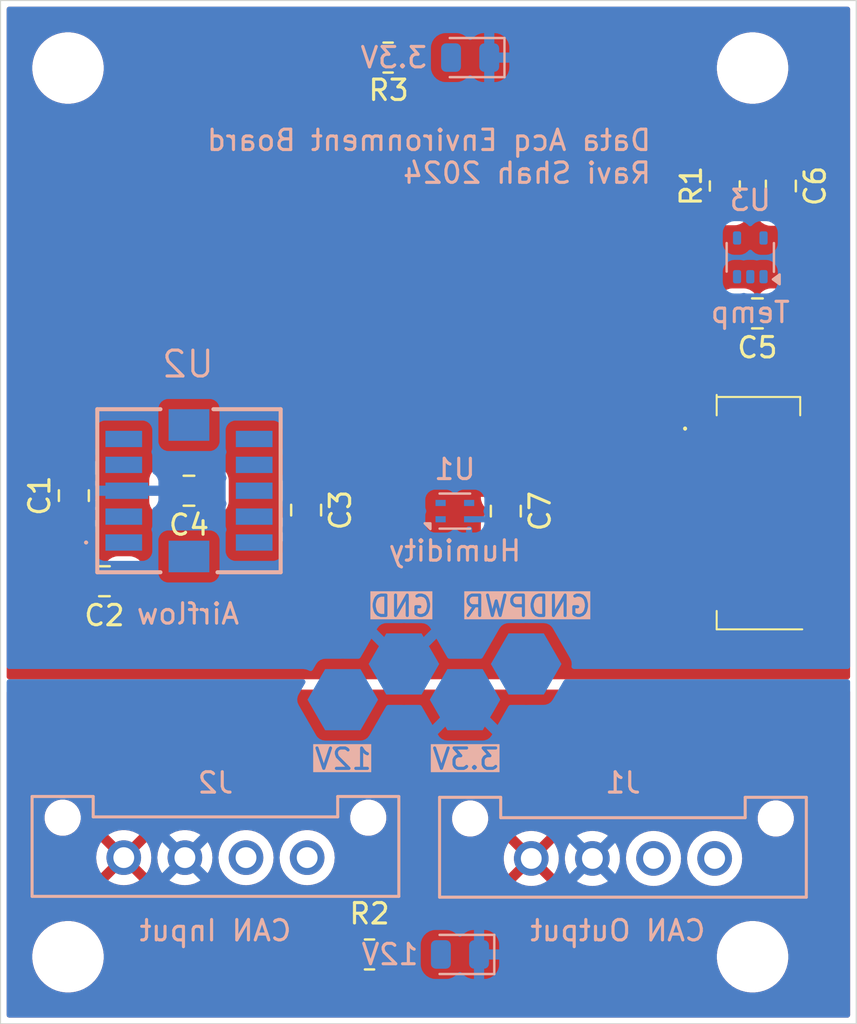
<source format=kicad_pcb>
(kicad_pcb (version 20240108) (generator "pcbnew") (generator_version "8.0")
  (layers (0 "F.Cu" signal) (31 "B.Cu" signal) (34 "B.Paste" user) (35 "F.Paste" user) (36 "B.SilkS" user "B.Silkscreen") (37 "F.SilkS" user "F.Silkscreen") (38 "B.Mask" user) (39 "F.Mask" user) (44 "Edge.Cuts" user))
  (net 0 "")
  (net 1 "+3.3V")
  (net 2 "/I2C1_SCL")
  (net 3 "/I2C1_SDA")
  (net 4 "GND")
  (net 7 "/I2C2_SCL")
  (net 8 "/I2C2_SDA")
  (net 11 "VDDA")
  (net 12 "GNDA")
  (net 13 "/CAN_H")
  (net 17 "GNDPWR")
  (net 22 "/PA1(ADC)")
  (net 25 "/CAN_L")
  (net 26 "/TEMP_OUT")
  (net 27 "/AFLW_VREG")
  (net 28 "/AFLW_TP2")
  (net 29 "/AFLW_TP1")
  (net 30 "/AFLW_VCM")
  (net 31 "+12V_In")
  (net 32 "Net-(D1-A)")
  (net 33 "Net-(D2-A)")
  (footprint "Resistor_SMD:R_0805_2012Metric" (layer "F.Cu") (at 159.3125 118)
    (property "Reference" "R2" (at 0 -2 0) (layer "F.SilkS") (effects (font (thickness 0.153))))
    (property "Value" "22.1k")
    (fp_line (start -0.227064 -0.735) (end 0.227064 -0.735) (stroke (width 0.12)) (layer "F.SilkS"))
    (fp_line (start -0.227064 0.735) (end 0.227064 0.735) (stroke (width 0.12)) (layer "F.SilkS"))
    (pad "1" smd roundrect (at -0.9125 0) (size 1.025 1.4) (layers "F.Cu" "F.Paste" "F.Mask") (roundrect_rratio 0.243902) (net 31 "+12V_In"))
    (pad "2" smd roundrect (at 0.9125 0) (size 1.025 1.4) (layers "F.Cu" "F.Paste" "F.Mask") (roundrect_rratio 0.243902) (net 32 "Net-(D1-A)"))
  )
  (footprint "Capacitor_SMD:C_0805_2012Metric" (layer "F.Cu") (at 166 96.25 -90)
    (property "Reference" "C7" (at 0 -1.68 90) (layer "F.SilkS") (effects (font (thickness 0.153))))
    (property "Value" "0.1uF")
    (fp_line (start -0.261252 0.735) (end 0.261252 0.735) (stroke (width 0.12)) (layer "F.SilkS"))
    (fp_line (start -0.261252 -0.735) (end 0.261252 -0.735) (stroke (width 0.12)) (layer "F.SilkS"))
    (pad "1" smd roundrect (at -0.95 0 270) (size 1 1.45) (layers "F.Cu" "F.Paste" "F.Mask") (net 1 "+3.3V"))
    (pad "2" smd roundrect (at 0.95 0 270) (size 1 1.45) (layers "F.Cu" "F.Paste" "F.Mask") (net 4 "GND"))
  )
  (footprint "Capacitor_SMD:C_0805_2012Metric" (layer "F.Cu") (at 144.8 95.49 90)
    (property "Reference" "C1" (at 0 -1.68 90) (layer "F.SilkS") (effects (font (thickness 0.153))))
    (property "Value" "0.1uF")
    (fp_line (start -0.261252 -0.735) (end 0.261252 -0.735) (stroke (width 0.12)) (layer "F.SilkS"))
    (fp_line (start -0.261252 0.735) (end 0.261252 0.735) (stroke (width 0.12)) (layer "F.SilkS"))
    (pad "1" smd roundrect (at -0.95 0 90) (size 1 1.45) (layers "F.Cu" "F.Paste" "F.Mask") (net 1 "+3.3V"))
    (pad "2" smd roundrect (at 0.95 0 90) (size 1 1.45) (layers "F.Cu" "F.Paste" "F.Mask") (net 4 "GND"))
  )
  (footprint "Capacitor_SMD:C_0805_2012Metric" (layer "F.Cu") (at 156.2 96.2 -90)
    (property "Reference" "C3" (at 0 -1.68 90) (layer "F.SilkS") (effects (font (thickness 0.153))))
    (property "Value" "0.1uF")
    (fp_line (start -0.261252 0.735) (end 0.261252 0.735) (stroke (width 0.12)) (layer "F.SilkS"))
    (fp_line (start -0.261252 -0.735) (end 0.261252 -0.735) (stroke (width 0.12)) (layer "F.SilkS"))
    (pad "1" smd roundrect (at -0.95 0 270) (size 1 1.45) (layers "F.Cu" "F.Paste" "F.Mask") (net 29 "/AFLW_TP1"))
    (pad "2" smd roundrect (at 0.95 0 270) (size 1 1.45) (layers "F.Cu" "F.Paste" "F.Mask") (net 28 "/AFLW_TP2"))
  )
  (footprint "UTSVT_Special:PeripheralSOM" (layer "F.Cu") (at 160.075 93.125)
    (property "Reference" "U4" (hide yes))
    (property "Value" "Daughterboard Connector" (hide yes))
    (fp_line (start 14.725 -0.975) (end 14.725 -0.975) (stroke (width 0.1)) (layer "F.SilkS"))
    (fp_line (start 14.725 -0.875) (end 14.725 -0.875) (stroke (width 0.1)) (layer "F.SilkS"))
    (fp_line (start 16.275 -1.575) (end 16.275 -2.575) (stroke (width 0.1)) (layer "F.SilkS"))
    (fp_line (start 16.275 8.025) (end 16.275 8.925) (stroke (width 0.1)) (layer "F.SilkS"))
    (fp_line (start 16.275 8.925) (end 20.475 8.925) (stroke (width 0.1)) (layer "F.SilkS"))
    (fp_line (start 16.325 -2.475) (end 20.375 -2.475) (stroke (width 0.1)) (layer "F.SilkS"))
    (fp_line (start 20.375 -2.475) (end 20.375 -1.575) (stroke (width 0.1)) (layer "F.SilkS"))
    (fp_arc (start 14.725 -0.975) (mid 14.775 -0.925) (end 14.725 -0.875) (stroke (width 0.1)) (layer "F.SilkS"))
    (fp_arc (start 14.725 -0.875) (mid 14.675 -0.925) (end 14.725 -0.975) (stroke (width 0.1)) (layer "F.SilkS"))
    (pad "" np_thru_hole circle (at -15.56226 -18.61226) (size 3 3) (drill 3) (layers "*.Cu" "*.Mask"))
    (pad "" np_thru_hole circle (at -15.56226 24.98774) (size 3 3) (drill 3) (layers "*.Cu" "*.Mask"))
    (pad "" np_thru_hole circle (at 18.03774 -18.61226) (size 3 3) (drill 3) (layers "*.Cu" "*.Mask"))
    (pad "" np_thru_hole circle (at 18.03774 24.98774) (size 3 3) (drill 3) (layers "*.Cu" "*.Mask"))
    (pad "1" smd rect (at 16.175 -1.175 90) (size 0.55 1.8) (layers "F.Cu" "F.Paste" "F.Mask"))
    (pad "2" smd rect (at 20.475 -1.175 90) (size 0.55 1.8) (layers "F.Cu" "F.Paste" "F.Mask") (net 1 "+3.3V"))
    (pad "3" smd rect (at 16.175 -0.375 90) (size 0.55 1.8) (layers "F.Cu" "F.Paste" "F.Mask"))
    (pad "4" smd rect (at 20.475 -0.375 90) (size 0.55 1.8) (layers "F.Cu" "F.Paste" "F.Mask") (net 4 "GND"))
    (pad "5" smd rect (at 16.175 0.425 90) (size 0.55 1.8) (layers "F.Cu" "F.Paste" "F.Mask"))
    (pad "6" smd rect (at 20.475 0.425 90) (size 0.55 1.8) (layers "F.Cu" "F.Paste" "F.Mask") (net 8 "/I2C2_SDA"))
    (pad "7" smd rect (at 16.175 1.225 90) (size 0.55 1.8) (layers "F.Cu" "F.Paste" "F.Mask"))
    (pad "8" smd rect (at 20.475 1.225 90) (size 0.55 1.8) (layers "F.Cu" "F.Paste" "F.Mask") (net 7 "/I2C2_SCL"))
    (pad "9" smd rect (at 16.175 2.025 90) (size 0.55 1.8) (layers "F.Cu" "F.Paste" "F.Mask") (net 1 "+3.3V"))
    (pad "10" smd rect (at 20.475 2.025 90) (size 0.55 1.8) (layers "F.Cu" "F.Paste" "F.Mask") (net 11 "VDDA"))
    (pad "11" smd rect (at 16.175 2.825 90) (size 0.55 1.8) (layers "F.Cu" "F.Paste" "F.Mask") (net 4 "GND"))
    (pad "12" smd rect (at 20.475 2.825 90) (size 0.55 1.8) (layers "F.Cu" "F.Paste" "F.Mask") (net 12 "GNDA"))
    (pad "13" smd rect (at 16.175 3.625 90) (size 0.55 1.8) (layers "F.Cu" "F.Paste" "F.Mask"))
    (pad "14" smd rect (at 20.475 3.625 90) (size 0.55 1.8) (layers "F.Cu" "F.Paste" "F.Mask") (net 2 "/I2C1_SCL"))
    (pad "15" smd rect (at 16.175 4.425 90) (size 0.55 1.8) (layers "F.Cu" "F.Paste" "F.Mask"))
    (pad "16" smd rect (at 20.475 4.425 90) (size 0.55 1.8) (layers "F.Cu" "F.Paste" "F.Mask") (net 3 "/I2C1_SDA"))
    (pad "17" smd rect (at 16.175 5.225 90) (size 0.55 1.8) (layers "F.Cu" "F.Paste" "F.Mask"))
    (pad "18" smd rect (at 20.475 5.225 90) (size 0.55 1.8) (layers "F.Cu" "F.Paste" "F.Mask"))
    (pad "19" smd rect (at 16.175 6.025 90) (size 0.55 1.8) (layers "F.Cu" "F.Paste" "F.Mask"))
    (pad "20" smd rect (at 20.475 6.025 90) (size 0.55 1.8) (layers "F.Cu" "F.Paste" "F.Mask") (net 22 "/PA1(ADC)"))
    (pad "21" smd rect (at 16.175 6.825 90) (size 0.55 1.8) (layers "F.Cu" "F.Paste" "F.Mask") (net 25 "/CAN_L"))
    (pad "22" smd rect (at 20.475 6.825 90) (size 0.55 1.8) (layers "F.Cu" "F.Paste" "F.Mask") (net 31 "+12V_In"))
    (pad "23" smd rect (at 16.175 7.625 90) (size 0.55 1.8) (layers "F.Cu" "F.Paste" "F.Mask") (net 13 "/CAN_H"))
    (pad "24" smd rect (at 20.475 7.625 90) (size 0.55 1.8) (layers "F.Cu" "F.Paste" "F.Mask") (net 17 "GNDPWR"))
  )
  (footprint "Capacitor_SMD:C_0805_2012Metric" (layer "F.Cu") (at 178.35 86.55 180)
    (property "Reference" "C5" (at 0 -1.68 360) (layer "F.SilkS") (effects (font (thickness 0.153))))
    (property "Value" "0.1uF")
    (fp_line (start -0.261252 0.735) (end 0.261252 0.735) (stroke (width 0.12)) (layer "F.SilkS"))
    (fp_line (start -0.261252 -0.735) (end 0.261252 -0.735) (stroke (width 0.12)) (layer "F.SilkS"))
    (pad "1" smd roundrect (at -0.95 0 180) (size 1 1.45) (layers "F.Cu" "F.Paste" "F.Mask") (net 11 "VDDA"))
    (pad "2" smd roundrect (at 0.95 0 180) (size 1 1.45) (layers "F.Cu" "F.Paste" "F.Mask") (net 12 "GNDA"))
  )
  (footprint "Resistor_SMD:R_0805_2012Metric" (layer "F.Cu") (at 160.225 74)
    (property "Reference" "R3" (at 0.025 1.6 0) (layer "F.SilkS") (effects (font (thickness 0.153))))
    (property "Value" "2.2k")
    (fp_line (start -0.227064 -0.735) (end 0.227064 -0.735) (stroke (width 0.12)) (layer "F.SilkS"))
    (fp_line (start -0.227064 0.735) (end 0.227064 0.735) (stroke (width 0.12)) (layer "F.SilkS"))
    (pad "1" smd roundrect (at -0.9125 0) (size 1.025 1.4) (layers "F.Cu" "F.Paste" "F.Mask") (roundrect_rratio 0.243902) (net 1 "+3.3V"))
    (pad "2" smd roundrect (at 0.9125 0) (size 1.025 1.4) (layers "F.Cu" "F.Paste" "F.Mask") (roundrect_rratio 0.243902) (net 33 "Net-(D2-A)"))
  )
  (footprint "Capacitor_SMD:C_0805_2012Metric" (layer "F.Cu") (at 150.45 95.25 180)
    (property "Reference" "C4" (at 0 -1.68 0) (layer "F.SilkS") (effects (font (thickness 0.153))))
    (property "Value" "1uF")
    (fp_line (start -0.261252 0.735) (end 0.261252 0.735) (stroke (width 0.12)) (layer "F.SilkS"))
    (fp_line (start -0.261252 -0.735) (end 0.261252 -0.735) (stroke (width 0.12)) (layer "F.SilkS"))
    (pad "1" smd roundrect (at -0.95 0 180) (size 1 1.45) (layers "F.Cu" "F.Paste" "F.Mask") (net 30 "/AFLW_VCM"))
    (pad "2" smd roundrect (at 0.95 0 180) (size 1 1.45) (layers "F.Cu" "F.Paste" "F.Mask") (net 4 "GND"))
  )
  (footprint "Resistor_SMD:R_0805_2012Metric" (layer "F.Cu") (at 176.75 80.3 90)
    (property "Reference" "R1" (at 0 -1.65 90) (layer "F.SilkS") (effects (font (thickness 0.153))))
    (property "Value" "1k")
    (fp_line (start -0.227064 -0.735) (end 0.227064 -0.735) (stroke (width 0.12)) (layer "F.SilkS"))
    (fp_line (start -0.227064 0.735) (end 0.227064 0.735) (stroke (width 0.12)) (layer "F.SilkS"))
    (pad "1" smd roundrect (at -0.9125 0 90) (size 1.025 1.4) (layers "F.Cu" "F.Paste" "F.Mask") (roundrect_rratio 0.243902) (net 26 "/TEMP_OUT"))
    (pad "2" smd roundrect (at 0.9125 0 90) (size 1.025 1.4) (layers "F.Cu" "F.Paste" "F.Mask") (roundrect_rratio 0.243902) (net 22 "/PA1(ADC)"))
  )
  (footprint "Capacitor_SMD:C_0805_2012Metric" (layer "F.Cu") (at 146.3 99.69 180)
    (property "Reference" "C2" (at 0 -1.68 0) (layer "F.SilkS") (effects (font (thickness 0.153))))
    (property "Value" "0.1uF")
    (fp_line (start -0.261252 0.735) (end 0.261252 0.735) (stroke (width 0.12)) (layer "F.SilkS"))
    (fp_line (start -0.261252 -0.735) (end 0.261252 -0.735) (stroke (width 0.12)) (layer "F.SilkS"))
    (pad "1" smd roundrect (at -0.95 0 180) (size 1 1.45) (layers "F.Cu" "F.Paste" "F.Mask") (net 27 "/AFLW_VREG"))
    (pad "2" smd roundrect (at 0.95 0 180) (size 1 1.45) (layers "F.Cu" "F.Paste" "F.Mask") (net 4 "GND"))
  )
  (footprint "Capacitor_SMD:C_0805_2012Metric" (layer "F.Cu") (at 179.5 80.3 -90)
    (property "Reference" "C6" (at 0 -1.68 90) (layer "F.SilkS") (effects (font (thickness 0.153))))
    (property "Value" "1uF")
    (fp_line (start -0.261252 0.735) (end 0.261252 0.735) (stroke (width 0.12)) (layer "F.SilkS"))
    (fp_line (start -0.261252 -0.735) (end 0.261252 -0.735) (stroke (width 0.12)) (layer "F.SilkS"))
    (pad "1" smd roundrect (at -0.95 0 270) (size 1 1.45) (layers "F.Cu" "F.Paste" "F.Mask") (net 22 "/PA1(ADC)"))
    (pad "2" smd roundrect (at 0.95 0 270) (size 1 1.45) (layers "F.Cu" "F.Paste" "F.Mask") (net 12 "GNDA"))
  )
  (footprint "LED_SMD:LED_0805_2012Metric" (layer "B.Cu") (at 164.25 74 180)
    (property "Reference" "D2")
    (property "Value" "3.3V" (at 3.75 0 0) (layer "B.SilkS") (effects (font (thickness 0.153)) (justify mirror)))
    (fp_line (start 1 -0.96) (end -1.685 -0.96) (stroke (width 0.12)) (layer "B.SilkS"))
    (fp_line (start -1.685 0.96) (end 1 0.96) (stroke (width 0.12)) (layer "B.SilkS"))
    (fp_line (start -1.685 -0.96) (end -1.685 0.96) (stroke (width 0.12)) (layer "B.SilkS"))
    (pad "1" smd roundrect (at -0.9375 0 180) (size 0.975 1.4) (layers "B.Cu" "B.Paste" "B.Mask") (net 4 "GND"))
    (pad "2" smd roundrect (at 0.9375 0 180) (size 0.975 1.4) (layers "B.Cu" "B.Paste" "B.Mask") (net 33 "Net-(D2-A)"))
  )
  (footprint "UTSVT_Special:TestPoint_HEX_3mmID" (layer "B.Cu") (at 164 105.5 -90)
    (property "Reference" "TP2")
    (property "Value" "TestPoint")
    (pad "1" connect custom (at 0 0 270) (size 3 3) (layers "B.Cu" "B.Mask") (net 17 "GNDPWR") (options (clearance outline) (anchor circle)) (primitives (gr_poly (pts (xy 0 1.732051) (xy 1.5 0.866025) (xy 1.5 -0.866025) (xy 0 -1.732051) (xy -1.5 -0.866025) (xy -1.5 0.866025)) (width 0) (fill yes))))
  )
  (footprint "UTSVT_Connectors:Molex_MicroFit3.0_1x4xP3.00mm_PolarizingPeg_Vertical" (layer "B.Cu") (at 156.25 113.25 180)
    (property "Reference" "J2" (at 4.5 3.67 360) (layer "B.SilkS") (effects (font (thickness 0.153)) (justify mirror)))
    (property "Value" "CAN Input" (at 4.5 -3.58 360) (layer "B.SilkS") (effects (font (thickness 0.153)) (justify mirror)))
    (fp_line (start 13.5 3) (end 10.5 3) (stroke (width 0.15)) (layer "B.SilkS"))
    (fp_line (start 13.5 -1.9) (end 13.5 3) (stroke (width 0.15)) (layer "B.SilkS"))
    (fp_line (start 10.5 3) (end 10.5 2) (stroke (width 0.15)) (layer "B.SilkS"))
    (fp_line (start 10.5 2) (end -1.5 2) (stroke (width 0.15)) (layer "B.SilkS"))
    (fp_line (start -1.5 3) (end -4.5 3) (stroke (width 0.15)) (layer "B.SilkS"))
    (fp_line (start -1.5 2) (end -1.5 3) (stroke (width 0.15)) (layer "B.SilkS"))
    (fp_line (start -4.5 3) (end -4.5 -1.9) (stroke (width 0.15)) (layer "B.SilkS"))
    (fp_line (start -4.5 -1.9) (end 13.5 -1.9) (stroke (width 0.15)) (layer "B.SilkS"))
    (pad "" np_thru_hole circle (at -3 1.96 180) (size 1.27 1.27) (drill 1.27) (layers "*.Cu" "*.Mask"))
    (pad "" np_thru_hole circle (at 12 1.96 180) (size 1.27 1.27) (drill 1.27) (layers "*.Cu" "*.Mask"))
    (pad "1" thru_hole circle (at 0 0 180) (size 1.7 1.7) (drill 1.02) (layers "*.Cu" "*.Mask") (net 25 "/CAN_L"))
    (pad "2" thru_hole circle (at 3 0 180) (size 1.7 1.7) (drill 1.02) (layers "*.Cu" "*.Mask") (net 13 "/CAN_H"))
    (pad "3" thru_hole circle (at 6 0 180) (size 1.7 1.7) (drill 1.02) (layers "*.Cu" "*.Mask") (net 17 "GNDPWR"))
    (pad "4" thru_hole circle (at 9 0 180) (size 1.7 1.7) (drill 1.02) (layers "*.Cu" "*.Mask") (net 31 "+12V_In"))
  )
  (footprint "Sensor_Humidity:Sensirion_DFN-4_1.5x1.5mm_P0.8mm_SHT4x_NoCentralPad" (layer "B.Cu") (at 163.5 96.25)
    (property "Reference" "U1" (at 0 -2.05 0) (layer "B.SilkS") (effects (font (thickness 0.153)) (justify mirror)))
    (property "Value" "SHT45")
    (property "Sensor" "Humidity" (at 0 1.95 0) (layer "B.SilkS") (effects (font (thickness 0.153)) (justify mirror)))
    (fp_line (start 0.75 -0.86) (end -0.75 -0.86) (stroke (width 0.12)) (layer "B.SilkS"))
    (fp_line (start 0.75 0.86) (end -0.75 0.86) (stroke (width 0.12)) (layer "B.SilkS"))
    (fp_poly (pts (xy -1.2 0.6) (xy -1.48 0.6) (xy -1.2 0.88) (xy -1.2 0.6)) (stroke (width 0.12)) (fill solid) (layer "B.SilkS"))
    (pad "1" smd rect (at -0.7 0.4) (size 0.5 0.3) (layers "B.Cu" "B.Paste" "B.Mask") (net 3 "/I2C1_SDA"))
    (pad "2" smd rect (at -0.7 -0.4) (size 0.5 0.3) (layers "B.Cu" "B.Paste" "B.Mask") (net 2 "/I2C1_SCL"))
    (pad "3" smd rect (at 0.7 -0.4) (size 0.5 0.3) (layers "B.Cu" "B.Paste" "B.Mask") (net 1 "+3.3V"))
    (pad "4" smd rect (at 0.7 0.4) (size 0.5 0.3) (layers "B.Cu" "B.Paste" "B.Mask") (net 4 "GND"))
    (zone (net 0) (net_name "") (layer "B.Cu") (connect_pads (clearance 0)) (min_thickness 0.254)
      (keepout (tracks not_allowed) (vias not_allowed) (pads allowed) (copperpour not_allowed) (footprints allowed))
      (fill (thermal_gap 0.508) (thermal_bridge_width 0.508))
      (polygon (pts (xy 164.25 96.8) (xy 163.95 96.8) (xy 163.95 96.5) (xy 164.25 96.5) (xy 164.25 96) (xy 163.95 96) (xy 163.95 95.7) (xy 164.25 95.7) (xy 164.25 95.5) (xy 162.75 95.5) (xy 162.75 95.7) (xy 163.05 95.7) (xy 163.05 96) (xy 162.75 96) (xy 162.75 96.5) (xy 163.05 96.5) (xy 163.05 96.8) (xy 162.75 96.8) (xy 162.75 97) (xy 164.25 97)))
    )
  )
  (footprint "UTSVT_Special:TestPoint_HEX_3mmID" (layer "B.Cu") (at 161 103.75 -90)
    (property "Reference" "TP5")
    (property "Value" "TestPoint")
    (pad "1" connect custom (at 0 0 270) (size 3 3) (layers "B.Cu" "B.Mask") (net 4 "GND") (options (clearance outline) (anchor circle)) (primitives (gr_poly (pts (xy 0 1.732051) (xy 1.5 0.866025) (xy 1.5 -0.866025) (xy 0 -1.732051) (xy -1.5 -0.866025) (xy -1.5 0.866025)) (width 0) (fill yes))))
  )
  (footprint "SamacSys_Parts:FS30001005" (layer "B.Cu") (at 150.45 95.25)
    (property "Reference" "U2" (at -0.05 -6.21 180) (layer "B.SilkS") (effects (font (size 1.27 1.27) (thickness 0.153)) (justify mirror)))
    (property "Value" "FS3000-1005")
    (property "Sensor" "Airflow" (at -0.05 6.04 0) (layer "B.SilkS") (effects (font (thickness 0.153)) (justify mirror)))
    (fp_line (start -5.1 2.54) (end -5.1 2.54) (stroke (width 0.1)) (layer "B.SilkS"))
    (fp_line (start -5 2.54) (end -5 2.54) (stroke (width 0.1)) (layer "B.SilkS"))
    (fp_line (start -4.5 -4) (end -4.5 4) (stroke (width 0.2)) (layer "B.SilkS"))
    (fp_line (start -4.5 4) (end -1.4 4) (stroke (width 0.2)) (layer "B.SilkS"))
    (fp_line (start -1.4 -4) (end -4.5 -4) (stroke (width 0.2)) (layer "B.SilkS"))
    (fp_line (start 1.4 4) (end 4.5 4) (stroke (width 0.2)) (layer "B.SilkS"))
    (fp_line (start 4.5 -4) (end 1.2 -4) (stroke (width 0.2)) (layer "B.SilkS"))
    (fp_line (start 4.5 4) (end 4.5 -4) (stroke (width 0.2)) (layer "B.SilkS"))
    (fp_arc (start -5.1 2.54) (mid -5.05 2.49) (end -5 2.54) (stroke (width 0.1)) (layer "B.SilkS"))
    (fp_arc (start -5 2.54) (mid -5.05 2.59) (end -5.1 2.54) (stroke (width 0.1)) (layer "B.SilkS"))
    (pad "1" smd rect (at -3.2 2.54 270) (size 0.8 1.8) (layers "B.Cu" "B.Paste" "B.Mask") (net 27 "/AFLW_VREG"))
    (pad "2" smd rect (at -3.2 1.27 270) (size 0.8 1.8) (layers "B.Cu" "B.Paste" "B.Mask") (net 1 "+3.3V"))
    (pad "3" smd rect (at -3.05 0 270) (size 0.8 2.1) (layers "B.Cu" "B.Paste" "B.Mask") (net 4 "GND"))
    (pad "4" smd rect (at -3.2 -1.27 270) (size 0.8 1.8) (layers "B.Cu" "B.Paste" "B.Mask"))
    (pad "5" smd rect (at -3.2 -2.54 270) (size 0.8 1.8) (layers "B.Cu" "B.Paste" "B.Mask"))
    (pad "6" smd rect (at 3.2 -2.54 270) (size 0.8 1.8) (layers "B.Cu" "B.Paste" "B.Mask") (net 8 "/I2C2_SDA"))
    (pad "7" smd rect (at 3.2 -1.27 270) (size 0.8 1.8) (layers "B.Cu" "B.Paste" "B.Mask") (net 7 "/I2C2_SCL"))
    (pad "8" smd rect (at 3.2 0 270) (size 0.8 1.8) (layers "B.Cu" "B.Paste" "B.Mask") (net 29 "/AFLW_TP1"))
    (pad "9" smd rect (at 3.2 1.27 270) (size 0.8 1.8) (layers "B.Cu" "B.Paste" "B.Mask") (net 28 "/AFLW_TP2"))
    (pad "10" smd rect (at 3.2 2.54 270) (size 0.8 1.8) (layers "B.Cu" "B.Paste" "B.Mask") (net 30 "/AFLW_VCM"))
    (pad "MP1" smd rect (at 0 3.225 270) (size 1.55 2) (layers "B.Cu" "B.Paste" "B.Mask"))
    (pad "MP2" smd rect (at 0 -3.225 270) (size 1.55 2) (layers "B.Cu" "B.Paste" "B.Mask"))
  )
  (footprint "UTSVT_Connectors:Molex_MicroFit3.0_1x4xP3.00mm_PolarizingPeg_Vertical" (layer "B.Cu") (at 176.25 113.29 180)
    (property "Reference" "J1" (at 4.5 3.71 360) (layer "B.SilkS") (effects (font (thickness 0.153)) (justify mirror)))
    (property "Value" "CAN Output" (at 4.75 -3.54 0) (layer "B.SilkS") (effects (font (thickness 0.153)) (justify mirror)))
    (fp_line (start 13.5 3) (end 10.5 3) (stroke (width 0.15)) (layer "B.SilkS"))
    (fp_line (start 13.5 -1.9) (end 13.5 3) (stroke (width 0.15)) (layer "B.SilkS"))
    (fp_line (start 10.5 3) (end 10.5 2) (stroke (width 0.15)) (layer "B.SilkS"))
    (fp_line (start 10.5 2) (end -1.5 2) (stroke (width 0.15)) (layer "B.SilkS"))
    (fp_line (start -1.5 3) (end -4.5 3) (stroke (width 0.15)) (layer "B.SilkS"))
    (fp_line (start -1.5 2) (end -1.5 3) (stroke (width 0.15)) (layer "B.SilkS"))
    (fp_line (start -4.5 3) (end -4.5 -1.9) (stroke (width 0.15)) (layer "B.SilkS"))
    (fp_line (start -4.5 -1.9) (end 13.5 -1.9) (stroke (width 0.15)) (layer "B.SilkS"))
    (pad "" np_thru_hole circle (at -3 1.96 180) (size 1.27 1.27) (drill 1.27) (layers "*.Cu" "*.Mask"))
    (pad "" np_thru_hole circle (at 12 1.96 180) (size 1.27 1.27) (drill 1.27) (layers "*.Cu" "*.Mask"))
    (pad "1" thru_hole circle (at 0 0 180) (size 1.7 1.7) (drill 1.02) (layers "*.Cu" "*.Mask") (net 25 "/CAN_L"))
    (pad "2" thru_hole circle (at 3 0 180) (size 1.7 1.7) (drill 1.02) (layers "*.Cu" "*.Mask") (net 13 "/CAN_H"))
    (pad "3" thru_hole circle (at 6 0 180) (size 1.7 1.7) (drill 1.02) (layers "*.Cu" "*.Mask") (net 17 "GNDPWR"))
    (pad "4" thru_hole circle (at 9 0 180) (size 1.7 1.7) (drill 1.02) (layers "*.Cu" "*.Mask") (net 31 "+12V_In"))
  )
  (footprint "Package_TO_SOT_SMD:SOT-353_SC-70-5" (layer "B.Cu") (at 178 83.8 90)
    (property "Reference" "U3" (at 2.8 0 180) (layer "B.SilkS") (effects (font (thickness 0.153)) (justify mirror)))
    (property "Value" "LMT87DCK")
    (property "Sensor" "Temp" (at -2.7 0 0) (layer "B.SilkS") (effects (font (thickness 0.153)) (justify mirror)))
    (fp_line (start 0.7 -1.16) (end -0.7 -1.16) (stroke (width 0.12)) (layer "B.SilkS"))
    (fp_line (start 0.7 1.16) (end -0.71 1.16) (stroke (width 0.12)) (layer "B.SilkS"))
    (fp_poly (pts (xy -1.08 1.11) (xy -1.32 1.44) (xy -0.84 1.44) (xy -1.08 1.11)) (stroke (width 0.12)) (fill solid) (layer "B.SilkS"))
    (pad "1" smd roundrect (at -0.95 0.65 90) (size 0.65 0.4) (layers "B.Cu" "B.Paste" "B.Mask") (net 11 "VDDA"))
    (pad "2" smd roundrect (at -0.95 0 90) (size 0.65 0.4) (layers "B.Cu" "B.Paste" "B.Mask") (net 12 "GNDA"))
    (pad "3" smd roundrect (at -0.95 -0.65 90) (size 0.65 0.4) (layers "B.Cu" "B.Paste" "B.Mask") (net 26 "/TEMP_OUT"))
    (pad "4" smd roundrect (at 0.95 -0.65 90) (size 0.65 0.4) (layers "B.Cu" "B.Paste" "B.Mask") (net 11 "VDDA"))
    (pad "5" smd roundrect (at 0.95 0.65 90) (size 0.65 0.4) (layers "B.Cu" "B.Paste" "B.Mask") (net 11 "VDDA"))
  )
  (footprint "UTSVT_Special:TestPoint_HEX_3mmID" (layer "B.Cu") (at 158 105.5 -90)
    (property "Reference" "TP1")
    (property "Value" "TestPoint")
    (pad "1" connect custom (at 0 0 270) (size 3 3) (layers "B.Cu" "B.Mask") (net 31 "+12V_In") (options (clearance outline) (anchor circle)) (primitives (gr_poly (pts (xy 0 1.732051) (xy 1.5 0.866025) (xy 1.5 -0.866025) (xy 0 -1.732051) (xy -1.5 -0.866025) (xy -1.5 0.866025)) (width 0) (fill yes))))
  )
  (footprint "LED_SMD:LED_0805_2012Metric" (layer "B.Cu") (at 163.75 118 180)
    (property "Reference" "D1")
    (property "Value" "12V" (at 3.4375 0 0) (layer "B.SilkS") (effects (font (thickness 0.153)) (justify mirror)))
    (fp_line (start 1 -0.96) (end -1.685 -0.96) (stroke (width 0.12)) (layer "B.SilkS"))
    (fp_line (start -1.685 0.96) (end 1 0.96) (stroke (width 0.12)) (layer "B.SilkS"))
    (fp_line (start -1.685 -0.96) (end -1.685 0.96) (stroke (width 0.12)) (layer "B.SilkS"))
    (pad "1" smd roundrect (at -0.9375 0 180) (size 0.975 1.4) (layers "B.Cu" "B.Paste" "B.Mask") (net 17 "GNDPWR"))
    (pad "2" smd roundrect (at 0.9375 0 180) (size 0.975 1.4) (layers "B.Cu" "B.Paste" "B.Mask") (net 32 "Net-(D1-A)"))
  )
  (footprint "UTSVT_Special:TestPoint_HEX_3mmID" (layer "B.Cu") (at 167 103.75 -90)
    (property "Reference" "TP4")
    (property "Value" "TestPoint")
    (pad "1" connect custom (at 0 0 270) (size 3 3) (layers "B.Cu" "B.Mask") (net 1 "+3.3V") (options (clearance outline) (anchor circle)) (primitives (gr_poly (pts (xy 0 1.732051) (xy 1.5 0.866025) (xy 1.5 -0.866025) (xy 0 -1.732051) (xy -1.5 -0.866025) (xy -1.5 0.866025)) (width 0) (fill yes))))
  )
  (gr_rect (start 141.2 71.2) (end 183.2 121.4) (stroke (width 0.05)) (fill none) (layer "Edge.Cuts"))
  (gr_text "12V" (at 159.5 109 0) (layer "B.SilkS" knockout) (effects (font (size 1 1) (thickness 0.153)) (justify left bottom mirror)))
  (gr_text "3.3V" (at 165.75 109 0) (layer "B.SilkS" knockout) (effects (font (size 1 1) (thickness 0.153)) (justify left bottom mirror)))
  (gr_text "Data Acq Environment Board\nRavi Shah 2024" (at 173.210454 80.25 0) (layer "B.SilkS") (effects (font (size 1 1) (thickness 0.153)) (justify left bottom mirror)))
  (gr_text "GND" (at 162.5 101.5 0) (layer "B.SilkS" knockout) (effects (font (size 1 1) (thickness 0.153)) (justify left bottom mirror)))
  (gr_text "GNDPWR" (at 170.25 101.5 0) (layer "B.SilkS" knockout) (effects (font (size 1 1) (thickness 0.153)) (justify left bottom mirror)))
  (zone (net 31) (net_name "+12V_In") (layer "F.Cu") (connect_pads (clearance 0.5)) (min_thickness 0.25) (fill yes (thermal_gap 0.5) (thermal_bridge_width 0.5))
    (polygon (pts (xy 141.2 71.2) (xy 183.2 71.2) (xy 183.2 121.4) (xy 141.2 121.4)))
  )
  (zone (net 1) (net_name "+3.3V") (layer "F.Cu") (priority 3) (connect_pads (clearance 0.5)) (min_thickness 0.25) (fill yes (thermal_gap 0.5) (thermal_bridge_width 0.5))
    (polygon (pts (xy 141.2 71.2) (xy 183.2 71.2) (xy 183.25 104.5) (xy 141.25 104.5)))
  )
  (zone (net 4) (net_name "GND") (layer "B.Cu") (priority 1) (connect_pads (clearance 0.5)) (min_thickness 0.25) (fill yes (thermal_gap 0.5) (thermal_bridge_width 0.5))
    (polygon (pts (xy 141.2 71.2) (xy 183.2 71.2) (xy 183.2 121.4) (xy 141.2 121.4)))
  )
  (zone (net 17) (net_name "GNDPWR") (layer "B.Cu") (priority 2) (connect_pads (clearance 0.5)) (min_thickness 0.25) (fill yes (thermal_gap 0.5) (thermal_bridge_width 0.5))
    (polygon (pts (xy 183.2 121.4) (xy 141.2 121.4) (xy 141.25 104.5) (xy 183.25 104.5)))
  )
)
</source>
